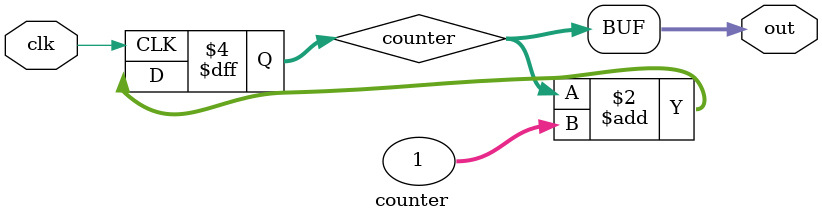
<source format=v>
/*********************************************************************
* @Copyright: All Rights Reserved
* @FileName:counter.v
* @Author: TangDongxue
* @Date:   2020-03-07 02:43:24
* @Description:
*
*
* @Dependencies
*
*
* @History:
*  2020-02-07 13:17:44, TangDongxue, File create
*
* @Last Modified time: 2020-03-07 02:43:49
*
* @Additional Comments:
*
*
**********************************************************************/
module counter(clk, out);
	input clk;
	output [31:0] out;
	reg [31:0] counter = 32'b0;
	assign out = counter;
	
	always @(posedge clk) begin
		counter = counter + 1;
	end
endmodule

</source>
